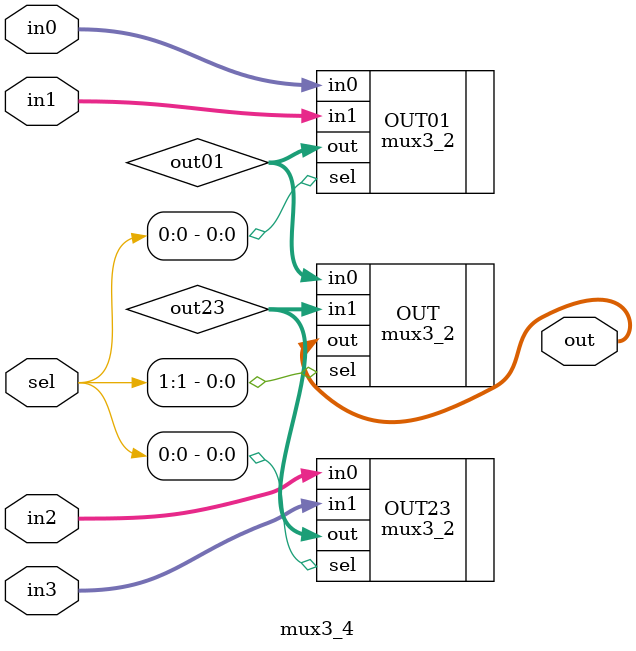
<source format=v>
/*
   CS/ECE 552, Fall '22
   Project Demo 1
  
   This module creates a mux with 4 3-bit data inputs.
   It also has a 2-bit data select and a single data output.
*/
module mux3_4 (
                // Outputs
                out,
                // Inputs
                in0, in1, in2, in3, sel
                );
	input [2:0] in0;
	input [2:0] in1;
	input [2:0] in2;
	input [2:0] in3;
	input [1:0] sel;
	output [2:0] out;
	
	wire [2:0] out01, out23;
   	
   	mux3_2 OUT01 (.out(out01), .in0(in0), .in1(in1), .sel(sel[0]));
   	mux3_2 OUT23 (.out(out23), .in0(in2), .in1(in3), .sel(sel[0]));
   	mux3_2 OUT (.out(out), .in0(out01), .in1(out23), .sel(sel[1]));
   	
endmodule

</source>
